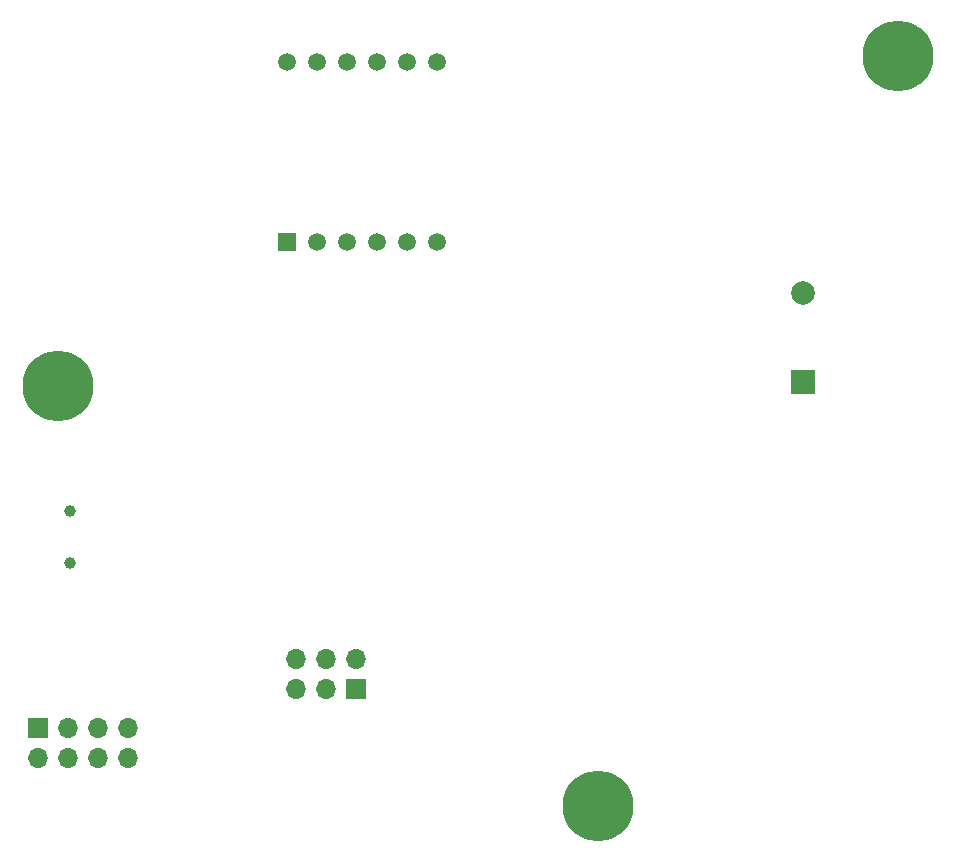
<source format=gbr>
%TF.GenerationSoftware,KiCad,Pcbnew,(7.0.0)*%
%TF.CreationDate,2023-05-03T15:36:06-06:00*%
%TF.ProjectId,Phase_B_ATMEGA_v3,50686173-655f-4425-9f41-544d4547415f,rev?*%
%TF.SameCoordinates,Original*%
%TF.FileFunction,Soldermask,Bot*%
%TF.FilePolarity,Negative*%
%FSLAX46Y46*%
G04 Gerber Fmt 4.6, Leading zero omitted, Abs format (unit mm)*
G04 Created by KiCad (PCBNEW (7.0.0)) date 2023-05-03 15:36:06*
%MOMM*%
%LPD*%
G01*
G04 APERTURE LIST*
%ADD10R,1.700000X1.700000*%
%ADD11O,1.700000X1.700000*%
%ADD12C,3.400000*%
%ADD13C,6.000000*%
%ADD14R,2.000000X2.000000*%
%ADD15C,2.000000*%
%ADD16C,1.000000*%
%ADD17R,1.500000X1.500000*%
%ADD18C,1.500000*%
G04 APERTURE END LIST*
D10*
%TO.C,J1*%
X124243999Y-137373999D03*
D11*
X124243999Y-134833999D03*
X121703999Y-137373999D03*
X121703999Y-134833999D03*
X119163999Y-137373999D03*
X119163999Y-134833999D03*
%TD*%
D12*
%TO.C,REF\u002A\u002A*%
X99060000Y-111760000D03*
D13*
X99060000Y-111760000D03*
%TD*%
D14*
%TO.C,LS1*%
X162089999Y-111455999D03*
D15*
X162090000Y-103856000D03*
%TD*%
D16*
%TO.C,J2*%
X100016000Y-122382000D03*
X100016000Y-126782000D03*
%TD*%
D10*
%TO.C,J3*%
X97319999Y-140675999D03*
D11*
X97319999Y-143215999D03*
X99859999Y-140675999D03*
X99859999Y-143215999D03*
X102399999Y-140675999D03*
X102399999Y-143215999D03*
X104939999Y-140675999D03*
X104939999Y-143215999D03*
%TD*%
D12*
%TO.C,REF\u002A\u002A*%
X144780000Y-147320000D03*
D13*
X144780000Y-147320000D03*
%TD*%
D12*
%TO.C,REF\u002A\u002A*%
X170180000Y-83820000D03*
D13*
X170180000Y-83820000D03*
%TD*%
D17*
%TO.C,U1*%
X118401999Y-99527999D03*
D18*
X120942000Y-99528000D03*
X123482000Y-99528000D03*
X126022000Y-99528000D03*
X128562000Y-99528000D03*
X131102000Y-99528000D03*
X131102000Y-84288000D03*
X128562000Y-84288000D03*
X126022000Y-84288000D03*
X123482000Y-84288000D03*
X120942000Y-84288000D03*
X118402000Y-84288000D03*
%TD*%
M02*

</source>
